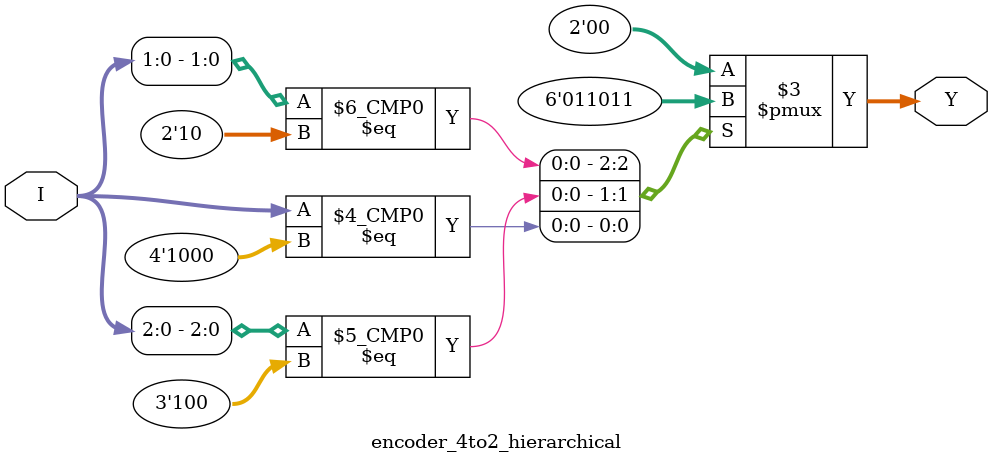
<source format=v>
module encoder_4to2_hierarchical (
    input [3:0] I,
    output reg [1:0] Y
);
    always @(*) begin
        casez (I)
            4'b???1: Y = 2'b00;
            4'b??10: Y = 2'b01;
            4'b?100: Y = 2'b10;
            4'b1000: Y = 2'b11;
            default: Y = 2'b00;
        endcase
    end
endmodule

</source>
